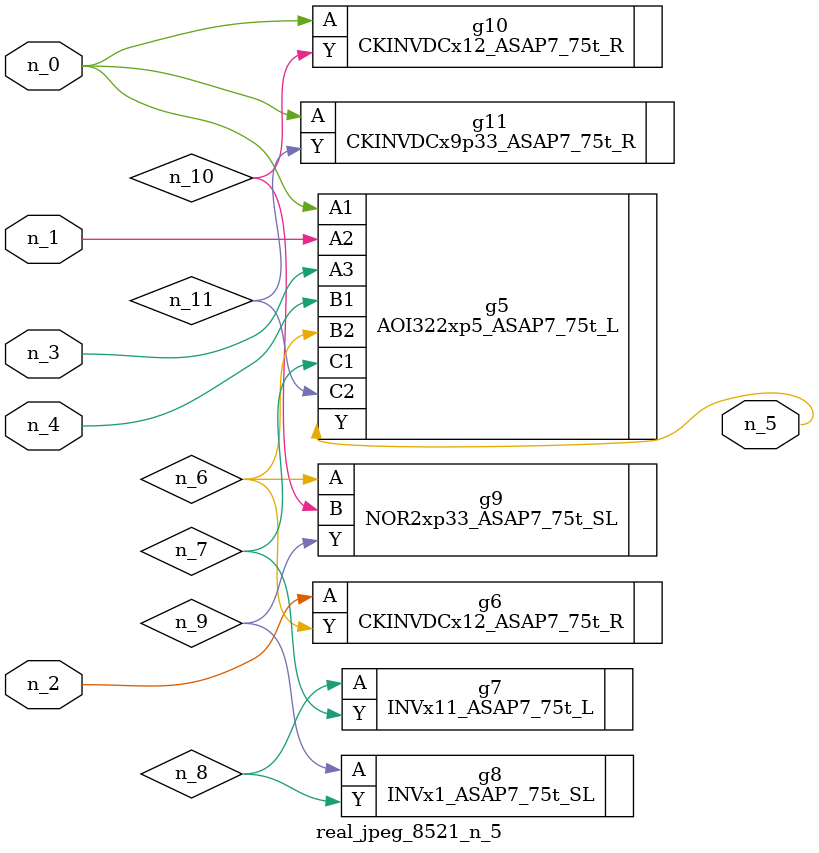
<source format=v>
module real_jpeg_8521_n_5 (n_4, n_0, n_1, n_2, n_3, n_5);

input n_4;
input n_0;
input n_1;
input n_2;
input n_3;

output n_5;

wire n_8;
wire n_11;
wire n_6;
wire n_7;
wire n_10;
wire n_9;

AOI322xp5_ASAP7_75t_L g5 ( 
.A1(n_0),
.A2(n_1),
.A3(n_3),
.B1(n_4),
.B2(n_6),
.C1(n_7),
.C2(n_11),
.Y(n_5)
);

CKINVDCx12_ASAP7_75t_R g10 ( 
.A(n_0),
.Y(n_10)
);

CKINVDCx9p33_ASAP7_75t_R g11 ( 
.A(n_0),
.Y(n_11)
);

CKINVDCx12_ASAP7_75t_R g6 ( 
.A(n_2),
.Y(n_6)
);

NOR2xp33_ASAP7_75t_SL g9 ( 
.A(n_6),
.B(n_10),
.Y(n_9)
);

INVx11_ASAP7_75t_L g7 ( 
.A(n_8),
.Y(n_7)
);

INVx1_ASAP7_75t_SL g8 ( 
.A(n_9),
.Y(n_8)
);


endmodule
</source>
